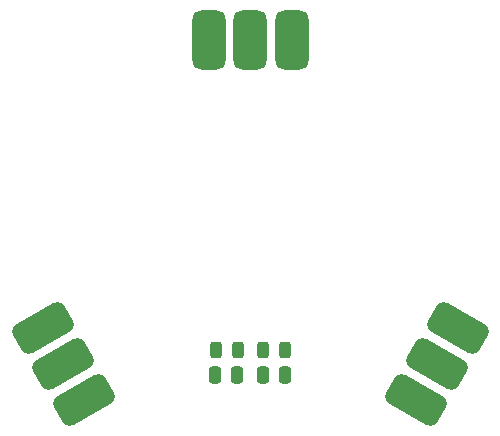
<source format=gbr>
%TF.GenerationSoftware,KiCad,Pcbnew,(7.0.0)*%
%TF.CreationDate,2023-06-29T15:53:59-07:00*%
%TF.ProjectId,GlowPrism Corner PCB,476c6f77-5072-4697-936d-20436f726e65,rev?*%
%TF.SameCoordinates,Original*%
%TF.FileFunction,Paste,Bot*%
%TF.FilePolarity,Positive*%
%FSLAX46Y46*%
G04 Gerber Fmt 4.6, Leading zero omitted, Abs format (unit mm)*
G04 Created by KiCad (PCBNEW (7.0.0)) date 2023-06-29 15:53:59*
%MOMM*%
%LPD*%
G01*
G04 APERTURE LIST*
G04 Aperture macros list*
%AMRoundRect*
0 Rectangle with rounded corners*
0 $1 Rounding radius*
0 $2 $3 $4 $5 $6 $7 $8 $9 X,Y pos of 4 corners*
0 Add a 4 corners polygon primitive as box body*
4,1,4,$2,$3,$4,$5,$6,$7,$8,$9,$2,$3,0*
0 Add four circle primitives for the rounded corners*
1,1,$1+$1,$2,$3*
1,1,$1+$1,$4,$5*
1,1,$1+$1,$6,$7*
1,1,$1+$1,$8,$9*
0 Add four rect primitives between the rounded corners*
20,1,$1+$1,$2,$3,$4,$5,0*
20,1,$1+$1,$4,$5,$6,$7,0*
20,1,$1+$1,$6,$7,$8,$9,0*
20,1,$1+$1,$8,$9,$2,$3,0*%
G04 Aperture macros list end*
%ADD10RoundRect,0.700000X1.908846X-0.293782X-1.208846X1.506218X-1.908846X0.293782X1.208846X-1.506218X0*%
%ADD11RoundRect,0.250000X-0.250000X-0.475000X0.250000X-0.475000X0.250000X0.475000X-0.250000X0.475000X0*%
%ADD12RoundRect,0.243750X-0.243750X-0.456250X0.243750X-0.456250X0.243750X0.456250X-0.243750X0.456250X0*%
%ADD13RoundRect,0.243750X0.243750X0.456250X-0.243750X0.456250X-0.243750X-0.456250X0.243750X-0.456250X0*%
%ADD14RoundRect,0.250000X0.250000X0.475000X-0.250000X0.475000X-0.250000X-0.475000X0.250000X-0.475000X0*%
%ADD15RoundRect,0.700000X-0.700000X1.800000X-0.700000X-1.800000X0.700000X-1.800000X0.700000X1.800000X0*%
%ADD16RoundRect,0.700000X-1.208846X-1.506218X1.908846X0.293782X1.208846X1.506218X-1.908846X-0.293782X0*%
G04 APERTURE END LIST*
D10*
%TO.C,J3*%
X17572284Y-6103911D03*
X15822284Y-9135000D03*
X14072284Y-12166089D03*
%TD*%
D11*
%TO.C,R3*%
X-2997200Y-10058400D03*
X-1097200Y-10058400D03*
%TD*%
D12*
%TO.C,D4*%
X-2937500Y-8000000D03*
X-1062500Y-8000000D03*
%TD*%
D13*
%TO.C,D5*%
X2937500Y-8000000D03*
X1062500Y-8000000D03*
%TD*%
D14*
%TO.C,R4*%
X2956600Y-10058400D03*
X1056600Y-10058400D03*
%TD*%
D15*
%TO.C,J2*%
X-3500000Y18270000D03*
X0Y18270000D03*
X3500000Y18270000D03*
%TD*%
D16*
%TO.C,J1*%
X-14072284Y-12166089D03*
X-15822284Y-9135000D03*
X-17572284Y-6103911D03*
%TD*%
M02*

</source>
